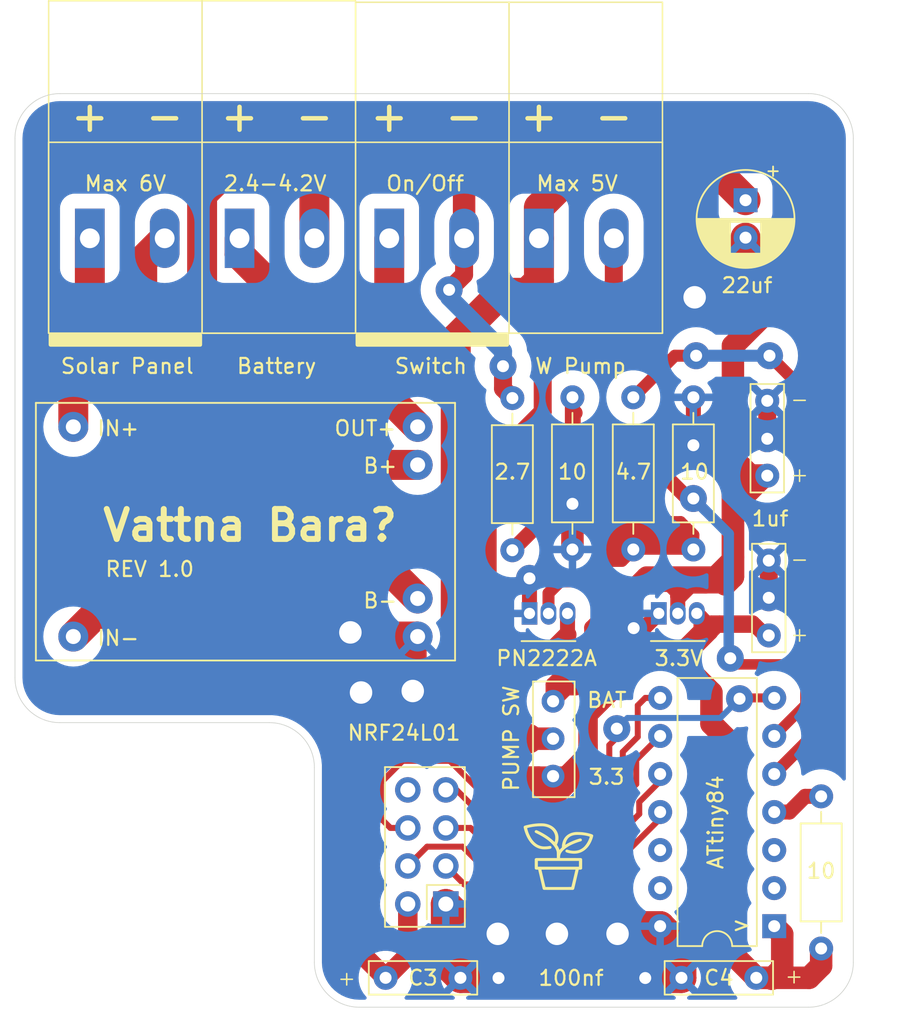
<source format=kicad_pcb>
(kicad_pcb (version 20221018) (generator pcbnew)
  (layers (0 "F.Cu" signal) (31 "B.Cu" signal) (34 "B.Paste" user) (35 "F.Paste" user) (36 "B.SilkS" user "B.Silkscreen") (37 "F.SilkS" user "F.Silkscreen") (38 "B.Mask" user) (39 "F.Mask" user) (44 "Edge.Cuts" user))
  (net 0 "")
  (net 1 "Net-(J1-Pin_1)")
  (net 2 "Net-(J1-Pin_2)")
  (net 3 "Net-(J2-Pin_1)")
  (net 4 "BAT_V")
  (net 5 "Net-(J3-Pin_1)")
  (net 6 "Net-(J3-Pin_2)")
  (net 7 "Net-(J4-Pin_2)")
  (net 8 "PA1")
  (net 9 "GND")
  (net 10 "Net-(U2-PA2)")
  (net 11 "Net-(Q1-B)")
  (net 12 "+3.3V")
  (net 13 "/CE")
  (net 14 "/SCK")
  (net 15 "/MOSI")
  (net 16 "/MISO")
  (net 18 "CSN")
  (net 19 "RESET")
  (net 20 "P_OUT")
  (footprint "Resistor_THT:R_Axial_DIN0207_L6.3mm_D2.5mm_P10.16mm_Horizontal" (layer "F.Cu") (at 149.225 84.328 -90)
    (fp_text reference "2.7")
    (fp_text value "2.7k")
  )
  (footprint "Capacitor_THT:CP_Radial_D6.3mm_P2.50mm" (layer "F.Cu") (at 164.8 71.117621 -90)
    (fp_text reference "22uf")
    (fp_text value "CP_Radial_D6.3mm_P2.50mm")
  )
  (footprint "TerminalBlock:TerminalBlock_Altech_AK300-2_P5.00mm" (layer "F.Cu") (at 141 73.66)
    (fp_text reference "+" hide)
    (fp_text value "Switch")
  )
  (footprint "Capacitor_THT:C_Rect_L7.0mm_W2.0mm_P5.00mm" (layer "F.Cu") (at 165.5172 123.0376 180)
    (fp_text reference "C4")
    (fp_text value "100nf")
  )
  (footprint "Jesper:2_way_switch" (layer "F.Cu") (at 151.9628 107.1218 90)
    (fp_text reference "SW2" hide)
    (fp_text value "SW_SPDT" hide)
  )
  (footprint "TerminalBlock:TerminalBlock_Altech_AK300-2_P5.00mm" (layer "F.Cu") (at 151 73.66)
    (fp_text reference "+" hide)
    (fp_text value "W Pump")
  )
  (footprint "RF_Module:nRF24L01_Breakout" (layer "F.Cu") (at 144.78 118.11 180)
    (fp_text reference "NRF24L01")
    (fp_text value "NRF24L01_Breakout")
  )
  (footprint "Resistor_THT:R_Axial_DIN0207_L6.3mm_D2.5mm_P10.16mm_Horizontal" (layer "F.Cu") (at 153.2382 84.2772 -90)
    (fp_text reference "10")
    (fp_text value "10k")
  )
  (footprint "TerminalBlock:TerminalBlock_Altech_AK300-2_P5.00mm" (layer "F.Cu") (at 121 73.66)
    (fp_text reference "-" hide)
    (fp_text value "Solar Panel")
  )
  (footprint "Capacitor_THT:C_Rect_L7.0mm_W2.0mm_P5.00mm" (layer "F.Cu") (at 166.3516 100.1776 90)
    (fp_text reference "C2" hide)
    (fp_text value "1uf")
  )
  (footprint "Resistor_THT:R_Axial_DIN0207_L6.3mm_D2.5mm_P10.16mm_Horizontal" (layer "F.Cu") (at 161.3154 94.4372 90)
    (fp_text reference "10")
    (fp_text value "10k")
  )
  (footprint "Capacitor_THT:C_Rect_L7.0mm_W2.0mm_P5.00mm" (layer "F.Cu") (at 140.756 123.0376)
    (fp_text reference "100nf")
    (fp_text value "100nf")
  )
  (footprint "Package_TO_SOT_THT:TO-92_Inline" (layer "F.Cu") (at 159.004 98.7018)
    (fp_text reference "3.3V")
    (fp_text value "MCP1700x-330xxTO")
  )
  (footprint "Resistor_THT:R_Axial_DIN0207_L6.3mm_D2.5mm_P10.16mm_Horizontal" (layer "F.Cu") (at 157.3022 84.2772 -90)
    (fp_text reference "4.7")
    (fp_text value "4.7k")
  )
  (footprint "Jesper:TP4056-Module" (layer "F.Cu") (at 117.3973 101.85)
    (fp_text reference "TP4056" hide)
    (fp_text value "~")
  )
  (footprint "Resistor_THT:R_Axial_DIN0207_L6.3mm_D2.5mm_P10.16mm_Horizontal" (layer "F.Cu") (at 169.85 110.92 -90)
    (fp_text reference "10")
    (fp_text value "4.7k")
  )
  (footprint "Package_DIP:DIP-14_W7.62mm" (layer "F.Cu") (at 166.7156 119.5882 180)
    (fp_text reference "ATtiny84")
    (fp_text value "DIP-14_W7.62mm")
  )
  (footprint "Capacitor_THT:C_Rect_L7.0mm_W2.0mm_P5.00mm" (layer "F.Cu") (at 166.25 89.5096 90)
    (fp_text reference "C1" hide)
    (fp_text value "1uf")
  )
  (footprint "TerminalBlock:TerminalBlock_Altech_AK300-2_P5.00mm" (layer "F.Cu") (at 131 73.66)
    (fp_text reference "+" hide)
    (fp_text value "Battery")
  )
  (footprint "LOGO" (layer "F.Cu") (at 152.3 115)
    (fp_text reference "G***" hide)
    (fp_text value "LOGO" hide)
  )
  (footprint "Package_TO_SOT_THT:TO-92_Inline" (layer "F.Cu") (at 150.368 98.7062)
    (fp_text reference "PN2222A")
    (fp_text value "PN2222A")
  )
  (gr_rect (start 128.5 57.8) (end 138.75 80) (stroke (width 0.1)) (fill none) (layer "F.SilkS"))
  (gr_rect (start 149 57.9) (end 159.25 80) (stroke (width 0.1)) (fill none) (layer "F.SilkS"))
  (gr_rect (start 138.75 57.9) (end 149 80) (stroke (width 0.1)) (fill none) (layer "F.SilkS"))
  (gr_rect (start 118.25 57.8) (end 128.5 80) (stroke (width 0.1)) (fill none) (layer "F.SilkS"))
  (gr_rect (start 118.25 67.25) (end 159.25 80) (stroke (width 0.1)) (fill none) (layer "F.SilkS"))
  (gr_arc (start 116 67) (mid 116.87868 64.87868) (end 119 64) (stroke (width 0.05)) (layer "Edge.Cuts"))
  (gr_arc (start 119 106) (mid 116.87868 105.12132) (end 116 103) (stroke (width 0.05)) (layer "Edge.Cuts"))
  (gr_line (start 169 125) (end 139 125) (stroke (width 0.05)) (layer "Edge.Cuts"))
  (gr_line (start 119 106) (end 133 106) (stroke (width 0.05)) (layer "Edge.Cuts"))
  (gr_line (start 116 67) (end 116 103) (stroke (width 0.05)) (layer "Edge.Cuts"))
  (gr_arc (start 133 106) (mid 135.12132 106.87868) (end 136 109) (stroke (width 0.05)) (layer "Edge.Cuts"))
  (gr_arc (start 139 125) (mid 136.87868 124.12132) (end 136 122) (stroke (width 0.05)) (layer "Edge.Cuts"))
  (gr_line (start 169 64) (end 119 64) (stroke (width 0.05)) (layer "Edge.Cuts"))
  (gr_line (start 136 109) (end 136 122) (stroke (width 0.05)) (layer "Edge.Cuts"))
  (gr_line (start 172 122) (end 172 67) (stroke (width 0.05)) (layer "Edge.Cuts"))
  (gr_arc (start 172 122) (mid 171.12132 124.12132) (end 169 125) (stroke (width 0.05)) (layer "Edge.Cuts"))
  (gr_arc (start 169 64) (mid 171.12132 64.87868) (end 172 67) (stroke (width 0.05)) (layer "Edge.Cuts"))
  (gr_text "-" (at 167.7232 95.6564) (layer "F.SilkS") (effects (font (size 1 1) (thickness 0.1)) (justify left bottom)))
  (gr_text "+" (at 141 65.5) (layer "F.SilkS") (effects (font (size 2 2) (thickness 0.3))))
  (gr_text "On/Off\n" (at 143.4 70.0024) (layer "F.SilkS") (effects (font (size 1 1))))
  (gr_text "+" (at 167.7232 90.0176) (layer "F.SilkS") (effects (font (size 1 1) (thickness 0.1)) (justify left bottom)))
  (gr_text "Max 5V" (at 153.55 70) (layer "F.SilkS") (effects (font (size 1 1))))
  (gr_text "Max 6V\n" (at 123.375 70.0024) (layer "F.SilkS") (effects (font (size 1 1))))
  (gr_text "-" (at 146 65.5) (layer "F.SilkS") (effects (font (size 2 2) (thickness 0.3) bold)))
  (gr_text "2.4-4.2V" (at 133.375 70.0024) (layer "F.SilkS") (effects (font (size 1 1))))
  (gr_text "1uf" (at 165.1324 92.964) (layer "F.SilkS") (effects (font (size 1 1)) (justify left bottom)))
  (gr_text "REV 1.0\n" (at 125 95.75) (layer "F.SilkS") (effects (font (size 1 1))))
  (gr_text "+" (at 137.65 122.45 -90) (layer "F.SilkS") (effects (font (size 1 1) (thickness 0.1)) (justify left bottom)))
  (gr_text "<" (at 165.25 119.05 180) (layer "F.SilkS") (effects (font (size 1 1)) (justify left bottom)))
  (gr_text "-" (at 167.7232 84.9884) (layer "F.SilkS") (effects (font (size 1 1) (thickness 0.1)) (justify left bottom)))
  (gr_text "BAT\n" (at 154.1272 105.0798) (layer "F.SilkS") (effects (font (size 1 1)) (justify left bottom)))
  (gr_text "PUMP SW\n" (at 149.15 107.05 90) (layer "F.SilkS") (effects (font (size 1 1))))
  (gr_text "+" (at 131 65.5) (layer "F.SilkS") (effects (font (size 2 2) (thickness 0.3))))
  (gr_text "3.3" (at 154.2288 110.2106) (layer "F.SilkS") (effects (font (size 1 1)) (justify left bottom)))
  (gr_text "-" (at 136 65.5) (layer "F.SilkS") (effects (font (size 2 2) (thickness 0.3) bold)))
  (gr_text "-" (at 126 65.5) (layer "F.SilkS") (effects (font (size 2 2) (thickness 0.3) bold)))
  (gr_text "Vattna Bara?" (at 131.7 94) (layer "F.SilkS") (effects (font (size 2 2) (thickness 0.4)) (justify bottom)))
  (gr_text "+" (at 121 65.5) (layer "F.SilkS") (effects (font (size 2 2) (thickness 0.3))))
  (gr_text "+" (at 151 65.5) (layer "F.SilkS") (effects (font (size 2 2) (thickness 0.3))))
  (gr_text "-" (at 156 65.5) (layer "F.SilkS") (effects (font (size 2 2) (thickness 0.3) bold)))
  (gr_text "+" (at 167.7232 100.6856) (layer "F.SilkS") (effects (font (size 1 1) (thickness 0.1)) (justify left bottom)))
  (gr_text "C3\n" (at 143.256 123.0376) (layer "F.SilkS") (effects (font (size 1 1))))
  (gr_text "+" (at 168.55 123.675 90) (layer "F.SilkS") (effects (font (size 1 1) (thickness 0.1)) (justify left bottom)))
  (segment (start 124.5 95.6473) (end 119.8973 100.25) (width 2) (layer "F.Cu") (net 1))
  (segment (start 124.5 75.16) (end 124.5 95.6473) (width 2) (layer "F.Cu") (net 1))
  (segment (start 126 73.66) (end 124.5 75.16) (width 2) (layer "F.Cu") (net 1))
  (segment (start 121 81.75) (end 121 73.66) (width 2) (layer "F.Cu") (net 2))
  (segment (start 119.8973 82.8527) (end 121 81.75) (width 2) (layer "F.Cu") (net 2))
  (segment (start 119.8973 86.25) (end 119.8973 82.8527) (width 2) (layer "F.Cu") (net 2))
  (segment (start 137 94.75) (end 129.930635 87.680635) (width 2) (layer "F.Cu") (net 3))
  (segment (start 129.930635 87.680635) (end 128.5 86.25) (width 2) (layer "F.Cu") (net 3))
  (segment (start 128.5 86.25) (end 128.5 70.75) (width 2) (layer "F.Cu") (net 3))
  (segment (start 128.5 70.75) (end 130.25 69) (width 2) (layer "F.Cu") (net 3))
  (segment (start 136 70.25) (end 136 73.66) (width 2) (layer "F.Cu") (net 3))
  (segment (start 142.8973 97.71) (end 139.9373 94.75) (width 2) (layer "F.Cu") (net 3))
  (segment (start 134.75 69) (end 136 70.25) (width 2) (layer "F.Cu") (net 3))
  (segment (start 130.25 69) (end 134.75 69) (width 2) (layer "F.Cu") (net 3))
  (segment (start 139.9373 94.75) (end 137 94.75) (width 2) (layer "F.Cu") (net 3))
  (segment (start 162.7886 96.1136) (end 162.7378 96.1644) (width 1.2) (layer "F.Cu") (net 4))
  (segment (start 160.274 97.0508) (end 160.274 97.5842) (width 1) (layer "F.Cu") (net 4))
  (segment (start 155.7274 99.5172) (end 155.7274 101.3968) (width 1) (layer "F.Cu") (net 4))
  (segment (start 146 69.2538) (end 149.0538 66.2) (width 1.5) (layer "F.Cu") (net 4))
  (segment (start 146 73.66) (end 146 76.1) (width 1.2) (layer "F.Cu") (net 4))
  (segment (start 157.4038 96.774) (end 155.8671 98.3107) (width 1) (layer "F.Cu") (net 4))
  (segment (start 159.75 96.774) (end 158.4706 96.774) (width 1) (layer "F.Cu") (net 4))
  (segment (start 155.1686 99.0092) (end 155.1686 100.3808) (width 1) (layer "F.Cu") (net 4))
  (segment (start 160.274 97.5842) (end 160.4036 97.5842) (width 1) (layer "F.Cu") (net 4))
  (segment (start 154.5209 99.6569) (end 154.5209 100.8761) (width 1) (layer "F.Cu") (net 4))
  (segment (start 160.274 98.7018) (end 160.274 97.0508) (width 1) (layer "F.Cu") (net 4))
  (segment (start 154.5209 100.8761) (end 151.9428 103.4542) (width 1) (layer "F.Cu") (net 4))
  (segment (start 155.1686 99.0092) (end 158.0134 96.1644) (width 1) (layer "F.Cu") (net 4))
  (segment (start 155.1686 100.3808) (end 155.1686 100.076) (width 1) (layer "F.Cu") (net 4))
  (segment (start 163.449 96.774) (end 161.0842 96.774) (width 1) (layer "F.Cu") (net 4))
  (segment (start 163.957 87.7316) (end 163.957 88.4936) (width 1.5) (layer "F.Cu") (net 4))
  (segment (start 155.1686 100.2284) (end 154.5209 100.8761) (width 1) (layer "F.Cu") (net 4))
  (segment (start 157.4038 96.774) (end 154.5209 99.6569) (width 1) (layer "F.Cu") (net 4))
  (segment (start 164.1602 89.5096) (end 166.0144 89.5096) (width 1.5) (layer "F.Cu") (net 4))
  (segment (start 158.4706 96.774) (end 157.4038 96.774) (width 1) (layer "F.Cu") (net 4))
  (segment (start 162.7886 96.1136) (end 162.1282 96.774) (width 1.2) (layer "F.Cu") (net 4))
  (segment (start 165.11863 89.5096) (end 166.25 89.5096) (width 1.5) (layer "F.Cu") (net 4))
  (segment (start 163.957 80.843) (end 163.957 85.5) (width 1.5) (layer "F.Cu") (net 4))
  (segment (start 163.957 89.7128) (end 163.957 90.8812) (width 1.5) (layer "F.Cu") (net 4))
  (segment (start 166.0144 89.5096) (end 164.973 89.5096) (width 1.5) (layer "F.Cu") (net 4))
  (segment (start 155.1686 100.3808) (end 155.1686 101.346) (width 1) (layer "F.Cu") (net 4))
  (segment (start 160.274 97.298) (end 159.75 96.774) (width 1) (layer "F.Cu") (net 4))
  (segment (start 149.0538 66.2) (end 167 66.2) (width 1.5) (layer "F.Cu") (net 4))
  (segment (start 148.6 83.703) (end 149.225 84.328) (width 1.2) (layer "F.Cu") (net 4))
  (segment (start 163.957 90.8812) (end 163.957 94.9452) (width 1.5) (layer "F.Cu") (net 4))
  (segment (start 161.0842 96.774) (end 160.274 97.5842) (width 1) (layer "F.Cu") (net 4))
  (segment (start 166.0144 89.5096) (end 164.6428 90.8812) (width 1.5) (layer "F.Cu") (net 4))
  (segment (start 155.7274 101.3968) (end 153.4414 103.6828) (width 1) (layer "F.Cu") (net 4))
  (segment (start 155.1686 101.346) (end 152.8318 103.6828) (width 1) (layer "F.Cu") (net 4))
  (segment (start 170.2 69.4) (end 170.2 76.7) (width 1.5) (layer "F.Cu") (net 4))
  (segment (start 163.957 94.9452) (end 163.957 91.8026) (width 1.2) (layer "F.Cu") (net 4))
  (segment (start 163.957 88.4936) (end 163.957 89.7128) (width 1.5) (layer "F.Cu") (net 4))
  (segment (start 163.957 96.266) (end 163.449 96.774) (width 1.5) (layer "F.Cu") (net 4))
  (segment (start 155.7274 98.4504) (end 155.8671 98.3107) (width 1) (layer "F.Cu") (net 4))
  (segment (start 163.957 85.5) (end 163.957 96.266) (width 1.5) (layer "F.Cu") (net 4))
  (segment (start 160.274 97.5842) (end 160.274 97.298) (width 1) (layer "F.Cu") (net 4))
  (segment (start 163.957 86.7156) (end 163.957 85.5) (width 1.5) (layer "F.Cu") (net 4))
  (segment (start 164.973 89.5096) (end 163.957 88.4936) (width 1.5) (layer "F.Cu") (net 4))
  (segment (start 161.2138 96.774) (end 159.75 96.774) (width 1) (layer "F.Cu") (net 4))
  (segment (start 155.1686 100.076) (end 155.7274 99.5172) (width 1) (layer "F.Cu") (net 4))
  (segment (start 146 76.1) (end 145 77.1) (width 1.2) (layer "F.Cu") (net 4))
  (segment (start 162.7378 96.1644) (end 158.1658 96.1644) (width 1.2) (layer "F.Cu") (net 4))
  (segment (start 155.7274 99.5172) (end 155.7274 98.4504) (width 1) (layer "F.Cu") (net 4))
  (segment (start 155.1686 100.3808) (end 155.1686 101.9556) (width 1) (layer "F.Cu") (net 4))
  (segment (start 161.2138 96.774) (end 163.449 96.774) (width 1.2) (layer "F.Cu") (net 4))
  (segment (start 163.957 86.7156) (end 163.957 88.34797) (width 1.5) (layer "F.Cu") (net 4))
  (segment (start 146 73.66) (end 146 69.2538) (width 1.5) (layer "F.Cu") (net 4))
  (segment (start 163.957 94.9452) (end 163.957 96.266) (width 1.5) (layer "F.Cu") (net 4))
  (segment (start 163.957 88.34797) (end 163.957 96.266) (width 1.5) (layer "F.Cu") (net 4))
  (segment (start 152.8318 103.6828) (end 151.9428 104.5718) (width 1) (layer "F.Cu") (net 4))
  (segment (start 160.655 96.6698) (end 160.274 97.0508) (width 1) (layer "F.Cu") (net 4))
  (segment (start 162.1282 96.774) (end 161.2138 96.774) (width 1.2) (layer "F.Cu") (net 4))
  (segment (start 163.957 89.7128) (end 164.1602 89.5096) (width 1.5) (layer "F.Cu") (net 4))
  (segment (start 170.2 76.7) (end 168.1 78.8) (width 1.5) (layer "F.Cu") (net 4))
  (segment (start 155.8671 98.3107) (end 155.1686 99.0092) (width 1) (layer "F.Cu") (net 4))
  (segment (start 163.957 86.7156) (end 163.957 87.7316) (width 1.5) (layer "F.Cu") (net 4))
  (segment (start 151.9428 103.4542) (end 151.9428 104.5718) (width 1) (layer "F.Cu") (net 4))
  (segment (start 164.6428 90.8812) (end 163.957 90.8812) (width 1.5) (layer "F.Cu") (net 4))
  (segment (start 160.4036 97.5842) (end 161.2138 96.774) (width 1) (layer "F.Cu") (net 4))
  (segment (start 168.1 78.8) (end 166 78.8) (width 1.5) (layer "F.Cu") (net 4))
  (segment (start 163.957 94.9452) (end 162.7886 96.1136) (width 1.2) (layer "F.Cu") (net 4))
  (segment (start 153.4414 103.6828) (end 152.8318 103.6828) (width 1) (layer "F.Cu") (net 4))
  (segment (start 167 66.2) (end 170.2 69.4) (width 1.5) (layer "F.Cu") (net 4))
  (segment (start 163.957 91.8026) (end 166.25 89.5096) (width 1.2) (layer "F.Cu") (net 4))
  (segment (start 166 78.8) (end 163.957 80.843) (width 1.5) (layer "F.Cu") (net 4))
  (segment (start 155.1686 100.076) (end 155.1686 100.2284) (width 1) (layer "F.Cu") (net 4))
  (segment (start 148.6 82.2) (end 148.6 83.703) (width 1.2) (layer "F.Cu") (net 4))
  (segment (start 158.0134 96.1644) (end 158.1658 96.1644) (width 1) (layer "F.Cu") (net 4))
  (segment (start 163.957 88.34797) (end 165.11863 89.5096) (width 1.5) (layer "F.Cu") (net 4))
  (via (at 148.6 82.2) (size 1.8) (drill 0.8) (layers "F.Cu" "B.Cu") (net 4))
  (via (at 145 77.1) (size 1.8) (drill 0.8) (layers "F.Cu" "B.Cu") (net 4))
  (segment (start 145 77.6) (end 145 77.1) (width 1.2) (layer "B.Cu") (net 4))
  (segment (start 148.6 82.2) (end 148.6 81.2) (width 1.2) (layer "B.Cu") (net 4))
  (segment (start 148.6 81.2) (end 145 77.6) (width 1.2) (layer "B.Cu") (net 4))
  (segment (start 134.192 84.2649) (end 134.192 77.942) (width 2) (layer "F.Cu") (net 5))
  (segment (start 131 74.75) (end 131 73.66) (width 2) (layer "F.Cu") (net 5))
  (segment (start 134.192 77.942) (end 131 74.75) (width 2) (layer "F.Cu") (net 5))
  (segment (start 138.7171 88.79) (end 134.192 84.2649) (width 2) (layer "F.Cu") (net 5))
  (segment (start 142.8973 88.79) (end 138.7171 88.79) (width 2) (layer "F.Cu") (net 5))
  (segment (start 141 84.3527) (end 141 73.66) (width 2) (layer "F.Cu") (net 6))
  (segment (start 141 84.3527) (end 142.8973 86.25) (width 2) (layer "F.Cu") (net 6))
  (segment (start 151.892 101.1428) (end 149.3774 101.1428) (width 1.2) (layer "F.Cu") (net 7))
  (segment (start 147.574 88.926) (end 151.25 85.25) (width 1.2) (layer "F.Cu") (net 7))
  (segment (start 156 76.75) (end 156 73.66) (width 1.2) (layer "F.Cu") (net 7))
  (segment (start 147.574 99.3394) (end 147.574 88.926) (width 1.2) (layer "F.Cu") (net 7))
  (segment (start 152.908 100.1268) (end 152.908 98.7062) (width 1) (layer "F.Cu") (net 7))
  (segment (start 151.25 85.25) (end 151.25 81.5) (width 1.2) (layer "F.Cu") (net 7))
  (segment (start 151.25 81.5) (end 156 76.75) (width 1.2) (layer "F.Cu") (net 7))
  (segment (start 149.3774 101.1428) (end 147.574 99.3394) (width 1.2) (layer "F.Cu") (net 7))
  (segment (start 152.908 100.1268) (end 151.892 101.1428) (width 1.2) (layer "F.Cu") (net 7))
  (segment (start 152.5778 88.9) (end 153.289 88.1888) (width 1) (layer "F.Cu") (net 8))
  (segment (start 154.178 87.4522) (end 154.8892 87.4522) (width 1) (layer "F.Cu") (net 8))
  (segment (start 154.178 87.4522) (end 153.2382 86.5124) (width 1) (layer "F.Cu") (net 8))
  (segment (start 168.008 102.108) (end 168.8 102.9) (width 0.7) (layer "F.Cu") (net 8))
  (segment (start 164.1856 102.108) (end 168.008 102.108) (width 0.7) (layer "F.Cu") (net 8))
  (segment (start 151.0792 90.3986) (end 152.5778 88.9) (width 1) (layer "F.Cu") (net 8))
  (segment (start 157.359128 87.4522) (end 154.8892 87.4522) (width 1) (layer "F.Cu") (net 8))
  (segment (start 153.2382 87.4522) (end 154.178 87.4522) (width 1) (layer "F.Cu") (net 8))
  (segment (start 153.2382 87.4522) (end 153.2382 84.2772) (width 1) (layer "F.Cu") (net 8))
  (segment (start 153.2382 88.138) (end 153.2382 87.4522) (width 1) (layer "F.Cu") (net 8))
  (segment (start 163.7792 101.7016) (end 164.1856 102.108) (width 0.7) (layer "F.Cu") (net 8))
  (segment (start 168.8 104.8038) (end 166.7156 106.8882) (width 0.7) (layer "F.Cu") (net 8))
  (segment (start 153.289 85.4456) (end 153.416 85.3186) (width 1) (layer "F.Cu") (net 8))
  (segment (start 153.2382 88.138) (end 153.2382 84.2772) (width 1) (layer "F.Cu") (net 8))
  (segment (start 151.0792 92.6338) (end 151.0792 90.3986) (width 1) (layer "F.Cu") (net 8))
  (segment (start 153.289 88.1888) (end 153.2382 88.138) (width 1) (layer "F.Cu") (net 8))
  (segment (start 168.8 102.9) (end 168.8 104.8038) (width 0.7) (layer "F.Cu") (net 8))
  (segment (start 153.2382 86.5124) (end 153.2382 84.2772) (width 1) (layer "F.Cu") (net 8))
  (segment (start 160.940528 91.0336) (end 157.359128 87.4522) (width 1) (layer "F.Cu") (net 8))
  (segment (start 154.8892 87.4522) (end 154.0256 87.4522) (width 1) (layer "F.Cu") (net 8))
  (segment (start 153.289 88.1888) (end 153.289 85.4456) (width 1) (layer "F.Cu") (net 8))
  (segment (start 154.0256 87.4522) (end 152.5778 88.9) (width 1) (layer "F.Cu") (net 8))
  (segment (start 161.3154 91.0336) (end 160.940528 91.0336) (width 1) (layer "F.Cu") (net 8))
  (segment (start 149.225 94.488) (end 151.0792 92.6338) (width 1) (layer "F.Cu") (net 8))
  (via (at 161.3154 91.0336) (size 1.8) (drill 0.8) (layers "F.Cu" "B.Cu") (net 8))
  (via (at 163.7792 101.7016) (size 1.8) (drill 0.8) (layers "F.Cu" "B.Cu") (net 8))
  (segment (start 161.3154 91.0336) (end 162.1075 91.8257) (width 0.7) (layer "B.Cu") (net 8))
  (segment (start 161.3154 91.0336) (end 163.6776 93.3958) (width 0.7) (layer "B.Cu") (net 8))
  (segment (start 163.6776 93.3958) (end 163.6776 101.6) (width 0.7) (layer "B.Cu") (net 8))
  (segment (start 163.6776 101.6) (end 163.7792 101.7016) (width 0.7) (layer "B.Cu") (net 8))
  (segment (start 145.756 123.0376) (end 160.5172 123.0376) (width 2) (layer "F.Cu") (net 9))
  (segment (start 138.6802 100.25) (end 140.9192 100.25) (width 2) (layer "F.Cu") (net 9))
  (segment (start 156.3 121.25) (end 158.1 123.05) (width 2) (layer "F.Cu") (net 9))
  (segment (start 158.1 123.05) (end 158.1 120.5838) (width 2) (layer "F.Cu") (net 9))
  (segment (start 156 119.85) (end 156.25 120.1) (width 2) (layer "F.Cu") (net 9))
  (segment (start 164.8 73.617621) (end 164.8 74.2) (width 2) (layer "F.Cu") (net 9))
  (segment (start 140.9192 100.6732) (end 140.9192 102.1842) (width 2) (layer "F.Cu") (net 9))
  (segment (start 158.1 120.5838) (end 159.0956 119.5882) (width 2) (layer "F.Cu") (net 9))
  (segment (start 148.3 123.05) (end 153.3 123.05) (width 2) (layer "F.Cu") (net 9))
  (segment (start 161.4 77.6) (end 161.4 77.017621) (width 1) (layer "F.Cu") (net 9))
  (segment (start 160.5048 123.05) (end 160.5172 123.0376) (width 2) (layer "F.Cu") (net 9))
  (segment (start 148.3 120.4) (end 148.3 123.05) (width 2) (layer "F.Cu") (net 9))
  (segment (start 148.3 120.4) (end 149.15 121.25) (width 2) (layer "F.Cu") (net 9))
  (segment (start 142.4302 100.6732) (end 142.8534 100.25) (width 2) (layer "F.Cu") (net 9))
  (segment (start 160.5172 121.0098) (end 159.0956 119.5882) (width 2) (layer "F.Cu") (net 9))
  (segment (start 142.5702 103.886) (end 142.5702 102.3242) (width 2) (layer "F.Cu") (net 9))
  (segment (start 144.78 118.11) (end 146.2582 119.5882) (width 2) (layer "F.Cu") (net 9))
  (segment (start 156.25 120.1) (end 148.25 120.1) (width 2) (layer "F.Cu") (net 9))
  (segment (start 160.5172 123.0376) (end 160.5172 121.0098) (width 2) (layer "F.Cu") (net 9))
  (segment (start 156.25 120.1) (end 156.25 121.2) (width 2) (layer "F.Cu") (net 9))
  (segment (start 139.1158 100.6856) (end 138.4046 99.9744) (width 1.2) (layer "F.Cu") (net 9))
  (segment (start 146.7818 119.5882) (end 159.0956 119.5882) (width 2) (layer "F.Cu") (net 9))
  (segment (start 139.1158 103.9876) (end 139.1158 100.6856) (width 1.2) (layer "F.Cu") (net 9))
  (segment (start 158.015138 99.690662) (end 159.004 98.7018) (width 1) (layer "F.Cu") (net 9))
  (segment (start 139.1158 103.9876) (end 139.1158 102.0534) (width 1.2) (layer "F.Cu") (net 9))
  (segment (start 158.1124 123.0376) (end 160.5172 123.0376) (width 2) (layer "F.Cu") (net 9))
  (segment (start 166.25 84.5096) (end 166.25 87.0458) (width 1.2) (layer "F.Cu") (net 9))
  (segment (start 153.2382 91.3892) (end 153.2382 94.4372) (width 1.5) (layer "F.Cu") (net 9))
  (segment (start 156.25 121.2) (end 158.1 123.05) (width 2) (layer "F.Cu") (net 9))
  (segment (start 148.3 120.4) (end 147.75 119.85) (width 2) (layer "F.Cu") (net 9))
  (segment (start 160.5172 123.0376) (end 158.1 120.6204) (width 2) (layer "F.Cu") (net 9))
  (segment (start 146.2582 119.5882) (end 159.0956 119.5882) (width 2) (layer "F.Cu") (net 9))
  (segment (start 142.8534 100.25) (end 139.1158 103.9876) (width 1.2) (layer "F.Cu") (net 9))
  (segment (start 138.4046 99.9744) (end 142.6217 99.9744) (width 1.2) (layer "F.Cu") (net 9))
  (segment (start 144.78 122.0616) (end 145.756 123.0376) (width 2) (layer "F.Cu") (net 9))
  (segment (start 145.756 122.344) (end 145.756 123.0376) (width 2) (layer "F.Cu") (net 9))
  (segment (start 148.3 120.4) (end 148.85 119.85) (width 2) (layer "F.Cu") (net 9))
  (segment (start 139.1158 100.6856) (end 138.6802 100.25) (width 1.2) (layer "F.Cu") (net 9))
  (segment (start 148.85 119.85) (end 156 119.85) (width 2) (layer "F.Cu") (net 9))
  (segment (start 138.6802 100.25) (end 138.4046 99.9744) (width 1.2) (layer "F.Cu") (net 9))
  (segment (start 150.368 96.3676) (end 150.368 98.7062) (width 1) (layer "F.Cu") (net 9))
  (segment (start 142.6217 99.9744) (end 142.8973 100.25) (width 1.2) (layer "F.Cu") (net 9))
  (segment (start 153.2382 94.3076) (end 153.416 94.4854) (width 1) (layer "F.Cu") (net 9))
  (segment (start 161.3154 87.4776) (end 161.3154 84.2772) (width 1) (layer "F.Cu") (net 9))
  (segment (start 144.78 118.11) (end 144.78 122.0616) (width 2) (layer "F.Cu") (net 9))
  (segment (start 146.52 119.85) (end 146.7818 119.5882) (width 2) (layer "F.Cu") (net 9))
  (segment (start 149.1118 119.5882) (end 159.0956 119.5882) (width 2) (layer "F.Cu") (net 9))
  (segment (start 139.2174 103.886) (end 139.1158 103.9876) (width 1.2) (layer "F.Cu") (net 9))
  (segment (start 147.7 120.4) (end 145.756 122.344) (width 2) (layer "F.Cu") (net 9))
  (segment (start 140.9192 100.6732) (end 142.4302 100.6732) (width 2) (layer "F.Cu") (net 9))
  (segment (start 142.5702 102.3242) (end 140.9192 100.6732) (width 2) (layer "F.Cu") (net 9))
  (segment (start 142.5702 103.886) (end 142.8534 103.6028) (width 1.2) (layer "F.Cu") (net 9))
  (segment (start 148.3 120.4) (end 149.1118 119.5882) (width 2) (layer "F.Cu") (net 9))
  (segment (start 145.7684 123.05) (end 145.756 123.0376) (width 2) (layer "F.Cu") (net 9))
  (segment (start 145.756 120.614) (end 146.52 119.85) (width 2) (layer "F.Cu") (net 9))
  (segment (start 140.9192 100.6732) (end 140.9192 100.25) (width 2) (layer "F.Cu") (net 9))
  (segment (start 146.52 119.85) (end 144.78 118.11) (width 2) (layer "F.Cu") (net 9))
  (segment (start 139.1158 102.0534) (end 140.9192 100.25) (width 1.2) (layer "F.Cu") (net 9))
  (segment (start 142.8973 103.5589) (end 142.5702 103.886) (width 1.2) (layer "F.Cu") (net 9))
  (segment (start 166.3516 95.1776) (end 166.3516 97.663) (width 1.2) (layer "F.Cu") (net 9))
  (segment (start 148.3 123.05) (end 145.7684 123.05) (width 2) (layer "F.Cu") (net 9))
  (segment (start 164.8 74.2) (end 161.4 77.6) (width 2) (layer "F.Cu") (net 9))
  (segment (start 142.8973 100.25) (end 142.8973 103.5589) (width 1.2) (layer "F.Cu") (net 9))
  (segment (start 156.25 120.1) (end 158.5838 120.1) (width 2) (layer "F.Cu") (net 9))
  (segment (start 148.3 123.05) (end 160.5048 123.05) (width 2) (layer "F.Cu") (net 9))
  (segment (start 158.1 120.6204) (end 158.1 120.5838) (width 2) (layer "F.Cu") (net 9))
  (segment (start 158.1 123.05) (end 158.1124 123.0376) (width 2) (layer "F.Cu") (net 9))
  (segment (start 142.8534 103.6028) (end 142.8534 100.25) (width 1.2) (layer "F.Cu") (net 9))
  (segment (start 147.75 119.85) (end 146.52 119.85) (width 2) (layer "F.Cu") (net 9))
  (segment (start 148.3 120.4) (end 147.7 120.4) (width 2) (layer "F.Cu") (net 9))
  (segment (start 140.9192 102.1842) (end 139.1158 103.9876) (width 2) (layer "F.Cu") (net 9))
  (segment (start 149.15 121.25) (end 156.3 121.25) (width 2) (layer "F.Cu") (net 9))
  (segment (start 153.3 123.05) (end 156.25 120.1) (width 2) (layer "F.Cu") (net 9))
  (segment (start 158.1 123.05) (end 148.3 123.05) (width 2) (layer "F.Cu") (net 9))
  (segment (start 158.5838 120.1) (end 159.0956 119.5882) (width 2) (layer "F.Cu") (net 9))
  (segment (start 145.756 123.0376) (end 145.756 120.614) (width 2) (layer "F.Cu") (net 9))
  (segment (start 157.3269 99.690662) (end 158.015138 99.690662) (width 1) (layer "F.Cu") (net 9))
  (segment (start 140.9192 102.1842) (end 140.9192 100.25) (width 2) (layer "F.Cu") (net 9))
  (segment (start 142.5702 103.886) (end 139.2174 103.886) (width 1.2) (layer "F.Cu") (net 9))
  (segment (start 140.9192 100.25) (end 142.8534 100.25) (width 2) (layer "F.Cu") (net 9))
  (via (at 142.5702 103.886) (size 3) (drill 1.5) (layers "F.Cu" "B.Cu") (net 9))
  (via (at 161.4 77.6) (size 3) (drill 1.5) (layers "F.Cu" "B.Cu") (net 9))
  (via (at 158.1 123.05) (size 1.8) (drill 0.8) (layers "F.Cu" "B.Cu") (net 9))
  (via (at 148.25 120.1) (size 3) (drill 1.5) (layers "F.Cu" "B.Cu") (net 9))
  (via (at 161.3154 87.4776) (size 1.8) (drill 0.8) (layers "F.Cu" "B.Cu") (net 9))
  (via (at 157.3269 99.690662) (size 1.8) (drill 0.8) (layers "F.Cu" "B.Cu") (net 9))
  (via (at 166.25 87.0458) (size 1.8) (drill 0.8) (layers "F.Cu" "B.Cu") (net 9))
  (via (at 148.3 123.05) (size 1.8) (drill 0.8) (layers "F.Cu" "B.Cu") (net 9))
  (via (at 150.368 96.3676) (size 1.8) (drill 0.8) (layers "F.Cu" "B.Cu") (net 9))
  (via (at 166.3516 97.663) (size 1.8) (drill 0.8) (layers "F.Cu" "B.Cu") (net 9))
  (via (at 138.4046 99.9744) (size 3) (drill 1.5) (layers "F.Cu" "B.Cu") (net 9))
  (via (at 153.2382 91.3892) (size 1.8) (drill 0.8) (layers "F.Cu" "B.Cu") (net 9))
  (via (at 139.1158 103.9876) (size 3) (drill 1.5) (layers "F.Cu" "B.Cu") (net 9))
  (via (at 152.2 120.1) (size 3) (drill 1.5) (layers "F.Cu" "B.Cu") (net 9))
  (via (at 156.25 120.1) (size 3) (drill 1.5) (layers "F.Cu" "B.Cu") (net 9))
  (segment (start 170.1 85.2) (end 166.4 81.5) (width 0.8) (layer "F.Cu") (net 10))
  (segment (start 161.5 81.5) (end 160.0794 81.5) (width 0.8) (layer "F.Cu") (net 10))
  (segment (start 160.0794 81.5) (end 157.3022 84.2772) (width 0.8) (layer "F.Cu") (net 10))
  (segment (start 169.2656 106.8782) (end 166.7156 109.4282) (width 0.8) (layer "F.Cu") (net 10))
  (segment (start 166.7156 109.4282) (end 170.1 106.0438) (width 0.8) (layer "F.Cu") (net 10))
  (segment (start 170.1 106.0438) (end 170.1 85.2) (width 0.8) (layer "F.Cu") (net 10))
  (via (at 166.4 81.5) (size 1.8) (drill 0.8) (layers "F.Cu" "B.Cu") (net 10))
  (via (at 161.5 81.5) (size 1.8) (drill 0.8) (layers "F.Cu" "B.Cu") (net 10))
  (segment (start 161.5 81.5) (end 166.4 81.5) (width 0.8) (layer "B.Cu") (net 10))
  (segment (start 155.6258 93.9292) (end 156.21 93.345) (width 0.7) (layer "F.Cu") (net 11))
  (segment (start 160.4518 93.2688) (end 160.4518 93.5736) (width 0.8) (layer "F.Cu") (net 11))
  (segment (start 155.6258 94.742) (end 155.9306 94.4372) (width 0.8) (layer "F.Cu") (net 11))
  (segment (start 158.4198 93.8784) (end 157.861 94.4372) (width 0.7) (layer "F.Cu") (net 11))
  (segment (start 158.4198 93.8784) (end 158.242 93.7006) (width 0.7) (layer "F.Cu") (net 11))
  (segment (start 152.4254 96.5708) (end 153.5938 96.5708) (width 0.8) (layer "F.Cu") (net 11))
  (segment (start 160.6042 94.4372) (end 160.0454 93.8784) (width 0.7) (layer "F.Cu") (net 11))
  (segment (start 151.638 97.3582) (end 152.4254 96.5708) (width 0.8) (layer "F.Cu") (net 11))
  (segment (start 157.0228 93.345) (end 157.2006 93.345) (width 0.8) (layer "F.Cu") (net 11))
  (segment (start 160.4518 92.6084) (end 161.3154 93.472) (width 0.8) (layer "F.Cu") (net 11))
  (segment (start 155.6258 95.1992) (end 155.6258 94.742) (width 0.8) (layer "F.Cu") (net 11))
  (segment (start 154.559 96.266) (end 155.6258 95.1992) (width 0.8) (layer "F.Cu") (net 11))
  (segment (start 161.3154 94.4372) (end 157.3022 94.4372) (width 0.7) (layer "F.Cu") (net 11))
  (segment (start 161.3154 94.4372) (end 161.5948 94.4372) (width 0.7) (layer "F.Cu") (net 11))
  (segment (start 155.1686 95.1992) (end 155.1686 93.4212) (width 0.8) (layer "F.Cu") (net 11))
  (segment (start 156.5656 93.7006) (end 156.21 93.345) (width 0.7) (layer "F.Cu") (net 11))
  (segment (start 156.5402 95.1992) (end 157.3022 94.4372) (width 0.8) (layer "F.Cu") (net 11))
  (segment (start 154.559 96.266) (end 155.1686 95.6564) (width 0.8) (layer "F.Cu") (net 11))
  (segment (start 160.4518 92.6084) (end 160.4518 93.2688) (width 0.8) (layer "F.Cu") (net 11))
  (segment (start 155.1686 95.1992) (end 153.797 96.5708) (width 0.8) (layer "F.Cu") (net 11))
  (segment (start 156.21 93.345) (end 157.2006 93.345) (width 0.7) (layer "F.Cu") (net 11))
  (segment (start 158.242 93.7006) (end 156.5656 93.7006) (width 0.7) (layer "F.Cu") (net 11))
  (segment (start 155.6258 95.1992) (end 156.5402 95.1992) (width 0.8) (layer "F.Cu") (net 11))
  (segment (start 155.7274 92.8624) (end 155.9814 92.6084) (width 0.8) (layer "F.Cu") (net 11))
  (segment (start 160.4518 93.5736) (end 161.3154 94.4372) (width 0.8) (layer "F.Cu") (net 11))
  (segment (start 154.2542 96.5708) (end 154.559 96.266) (width 0.8) (layer "F.Cu") (net 11))
  (segment (start 155.1686 95.1992) (end 155.6258 94.742) (width 0.8) (layer "F.Cu") (net 11))
  (segment (start 157.3022 94.4372) (end 156.5656 93.7006) (width 0.7) (layer "F.Cu") (net 11))
  (segment (start 160.3756 93.345) (end 160.4518 93.2688) (width 0.7) (layer "F.Cu") (net 11))
  (segment (start 155.1686 93.4212) (end 155.7274 92.8624) (width 0.8) (layer "F.Cu") (net 11))
  (segment (start 160.0454 93.8784) (end 158.4198 93.8784) (width 0.7) (layer "F.Cu") (net 11))
  (segment (start 157.2006 93.345) (end 160.3756 93.345) (width 0.7) (layer "F.Cu") (net 11))
  (segment (start 157.861 94.4372) (end 157.3022 94.4372) (width 0.7) (layer "F.Cu") (net 11))
  (segment (start 156.21 93.345) (end 155.7274 92.8624) (width 0.7) (layer "F.Cu") (net 11))
  (segment (start 161.3154 93.472) (end 161.3154 94.4372) (width 0.8) (layer "F.Cu") (net 11))
  (segment (start 153.5938 96.5708) (end 154.2542 96.5708) (width 0.8) (layer "F.Cu") (net 11))
  (segment (start 155.9306 94.4372) (end 157.3022 94.4372) (width 0.8) (layer "F.Cu") (net 11))
  (segment (start 155.6258 94.742) (end 157.0228 93.345) (width 0.8) (layer "F.Cu") (net 11))
  (segment (start 155.9814 92.6084) (end 160.4518 92.6084) (width 0.8) (layer "F.Cu") (net 11))
  (segment (start 151.638 98.7062) (end 151.638 97.3582) (width 0.8) (layer "F.Cu") (net 11))
  (segment (start 161.3154 94.4372) (end 160.6042 94.4372) (width 0.7) (layer "F.Cu") (net 11))
  (segment (start 153.797 96.5708) (end 153.5938 96.5708) (width 0.8) (layer "F.Cu") (net 11))
  (segment (start 155.1686 95.6564) (end 155.1686 95.1992) (width 0.8) (layer "F.Cu") (net 11))
  (segment (start 149.4 109.5718) (end 149.9718 109.5718) (width 1.3) (layer "F.Cu") (net 12))
  (segment (start 165.5172 123.0376) (end 169.0424 123.0376) (width 1.5) (layer "F.Cu") (net 12))
  (segment (start 165.4416 99.5032) (end 162.3454 99.5032) (width 1) (layer "F.Cu") (net 12))
  (segment (start 142.24 118.11) (end 142.24 121.5536) (width 1.3) (layer "F.Cu") (net 12))
  (segment (start 150.9718 109.5718) (end 148.7132 109.5718) (width 1.3) (layer "F.Cu") (net 12))
  (segment (start 159.004 101.854) (end 159.9946 101.854) (width 1.3) (layer "F.Cu") (net 12))
  (segment (start 166.4876 123.0376) (end 165.5172 123.0376) (width 1.5) (layer "F.Cu") (net 12))
  (segment (start 160.9852 100.8634) (end 162.5092 99.3394) (width 1) (layer "F.Cu") (net 12))
  (segment (start 149.9718 109.5718) (end 151.2 110.8) (width 1.3) (layer "F.Cu") (net 12))
  (segment (start 160.3756 101.854) (end 162.5216 104) (width 1.5) (layer "F.Cu") (net 12))
  (segment (start 166.55 123.1) (end 166.4876 123.0376) (width 1.5) (layer "F.Cu") (net 12))
  (segment (start 154.2796 107.6) (end 154.2796 105.4608) (width 1.3) (layer "F.Cu") (net 12))
  (segment (start 153.4198 109.5802) (end 152.2 110.8) (width 1.3) (layer "F.Cu") (net 12))
  (segment (start 140.9192 106.9086) (end 138.55 109.2778) (width 1.3) (layer "F.Cu") (net 12))
  (segment (start 162.3454 99.8842) (end 162.3454 99.5032) (width 1.3) (layer "F.Cu") (net 12))
  (segment (start 148.7132 109.5718) (end 147.4707 108.3293) (width 1.3) (layer "F.Cu") (net 12))
  (segment (start 161.8234 100.0252) (end 161.8234 98.9812) (width 1) (layer "F.Cu") (net 12))
  (segment (start 169.0424 123.0376) (end 169.85 122.23) (width 1.5) (layer "F.Cu") (net 12))
  (segment (start 146.05 106.9086) (end 140.9192 106.9086) (width 1.3) (layer "F.Cu") (net 12))
  (segment (start 149.9414 110.8) (end 151.2 110.8) (width 1.3) (layer "F.Cu") (net 12))
  (segment (start 159.004 101.854) (end 160.3756 101.854) (width 1.3) (layer "F.Cu") (net 12))
  (segment (start 147.4707 108.3293) (end 146.05 106.9086) (width 1.3) (layer "F.Cu") (net 12))
  (segment (start 154.2796 108.0922) (end 152.8 109.5718) (width 1.3) (layer "F.Cu") (net 12))
  (segment (start 167.25 120.1226) (end 167.25 122.4) (width 1.5) (layer "F.Cu") (net 12))
  (segment (start 138.55 120.8316) (end 138.55 109.2778) (width 1.3) (layer "F.Cu") (net 12))
  (segment (start 153.4198 109.5718) (end 154.2796 108.712) (width 1.3) (layer "F.Cu") (net 12))
  (segment (start 139.3592 121.6408) (end 138.55 120.8316) (width 1.3) (layer "F.Cu") (net 12))
  (segment (start 142.24 121.5536) (end 140.756 123.0376) (width 1.3) (layer "F.Cu") (net 12))
  (segment (start 166.116 100.1776) (end 165.4416 99.5032) (width 1) (layer "F.Cu") (net 12))
  (segment (start 149.4 109.5718) (end 148.7132 109.5718) (width 1.3) (layer "F.Cu") (net 12))
  (segment (start 161.544 100.8634) (end 163.068 99.3394) (width 1) (layer "F.Cu") (net 12))
  (segment (start 162.3454 99.5032) (end 161.544 98.7018) (width 1) (layer "F.Cu") (net 12))
  (segment (start 140.756 123.0376) (end 139.3592 121.6408) (width 1.3) (layer "F.Cu") (net 12))
  (segment (start 154.2796 105.4608) (end 157.8864 101.854) (width 1.3) (layer "F.Cu") (net 12))
  (segment (start 152.2 110.8) (end 150.9718 109.5718) (width 1.3) (layer "F.Cu") (net 12))
  (segment (start 154.2796 107.6) (end 154.2796 108.0922) (width 1.3) (layer "F.Cu") (net 12))
  (segment (start 161.8234 100.0252) (end 160.9852 100.8634) (width 1) (layer "F.Cu") (net 12))
  (segment (start 166.116 100.1776) (end 165.2778 99.3394) (width 1) (layer "F.Cu") (net 12))
  (segment (start 152.8 109.5718) (end 153.4198 109.5718) (width 1.3) (layer "F.Cu") (net 12))
  (segment (start 138.55 120.8316) (end 138.55 120.4) (width 0.2) (layer "F.Cu") (net 12))
  (segment (start 159.9946 101.854) (end 161.8234 100.0252) (width 1.3) (layer "F.Cu") (net 12))
  (segment (start 147.4707 108.3293) (end 149.9414 110.8) (width 1.3) (layer "F.Cu") (net 12))
  (segment (start 151.9428 109.5718) (end 149.4 109.5718) (width 1.3) (layer "F.Cu") (net 12))
  (segment (start 162.5216 106.0716) (end 163.55 107.1) (width 1.5) (layer "F.Cu") (net 12))
  (segment (start 166.7156 119.5882) (end 167.25 120.1226) (width 1.5) (layer "F.Cu") (net 12))
  (segment (start 138.55 109.2778) (end 138.55 118.7) (width 1.3) (layer "F.Cu") (net 12))
  (segment (start 163.55 107.1) (end 163.55 121.0704) (width 1.5) (layer "F.Cu") (net 12))
  (segment (start 151.9428 109.5718) (end 152.8 109.5718) (width 1.3) (layer "F.Cu") (net 12))
  (segment (start 165.2778 99.3394) (end 163.068 99.3394) (width 1) (layer "F.Cu") (net 12))
  (segment (start 167.25 122.4) (end 166.55 123.1) (width 1.5) (layer "F.Cu") (net 12))
  (segment (start 162.5216 104) (end 162.5216 106.0716) (width 1.5) (layer "F.Cu") (net 12))
  (segment (start 169.85 122.23) (end 169.85 121.08) (width 1.5) (layer "F.Cu") (net 12))
  (segment (start 157.8864 101.854) (end 159.004 101.854) (width 1.3) (layer "F.Cu") (net 12))
  (segment (start 161.8234 98.9812) (end 161.544 98.7018) (width 1) (layer "F.Cu") (net 12))
  (segment (start 153.4198 109.5718) (end 153.4198 109.5802) (width 1.3) (layer "F.Cu") (net 12))
  (segment (start 162.5092 99.3394) (end 163.068 99.3394) (width 1) (layer "F.Cu") (net 12))
  (segment (start 151.2 110.8) (end 152.2 110.8) (width 1.3) (layer "F.Cu") (net 12))
  (segment (start 154.2796 108.712) (end 154.2796 107.6) (width 1.3) (layer "F.Cu") (net 12))
  (segment (start 138.55 118.7) (end 138.55 120.4) (width 1.3) (layer "F.Cu") (net 12))
  (segment (start 160.3756 101.854) (end 162.3454 99.8842) (width 1.3) (layer "F.Cu") (net 12))
  (segment (start 162.3454 99.5032) (end 161.8234 100.0252) (width 1) (layer "F.Cu") (net 12))
  (segment (start 165.5172 123.0376) (end 163.55 121.0704) (width 1.5) (layer "F.Cu") (net 12))
  (segment (start 159.0956 112.4044) (end 159.0956 111.9682) (width 0.4) (layer "F.Cu") (net 13))
  (segment (start 144.78 115.57) (end 146.01 116.8) (width 0.4) (layer "F.Cu") (net 13))
  (segment (start 146.01 116.8) (end 154.7 116.8) (width 0.4) (layer "F.Cu") (net 13))
  (segment (start 154.7 116.8) (end 159.0956 112.4044) (width 0.4) (layer "F.Cu") (net 13))
  (segment (start 146.43 113.03) (end 144.78 113.03) (width 0.4) (layer "F.Cu") (net 14))
  (segment (start 156.8 110.8) (end 156.8 111.6) (width 0.4) (layer "F.Cu") (net 14))
  (segment (start 153.9 114.5) (end 147.9 114.5) (width 0.4) (layer "F.Cu") (net 14))
  (segment (start 157.5 108.4838) (end 157.5 110.1) (width 0.4) (layer "F.Cu") (net 14))
  (segment (start 157.5 110.1) (end 156.8 110.8) (width 0.4) (layer "F.Cu") (net 14))
  (segment (start 147.9 114.5) (end 146.43 113.03) (width 0.4) (layer "F.Cu") (net 14))
  (segment (start 159.0956 106.8882) (end 157.5 108.4838) (width 0.4) (layer "F.Cu") (net 14))
  (segment (start 156.8 111.6) (end 153.9 114.5) (width 0.4) (layer "F.Cu") (net 14))
  (segment (start 144.78 113.03) (end 145.1102 113.03) (width 0.2) (layer "F.Cu") (net 14))
  (segment (start 155.7 109.3) (end 155.1 109.9) (width 0.4) (layer "F.Cu") (net 15))
  (segment (start 141.08 113.03) (end 142.24 113.03) (width 0.4) (layer "F.Cu") (net 15))
  (segment (start 140.45 110) (end 140.45 112.4) (width 0.4) (layer "F.Cu") (net 15))
  (segment (start 140.45 112.4) (end 141.08 113.03) (width 0.4) (layer "F.Cu") (net 15))
  (segment (start 153.1 112.3) (end 148.8 112.3) (width 0.4) (layer "F.Cu") (net 15))
  (segment (start 164.4518 104.3482) (end 164.4 104.4) (width 0.2) (layer "F.Cu") (net 15))
  (segment (start 141.9 108.55) (end 140.45 110) (width 0.4) (layer "F.Cu") (net 15))
  (segment (start 155.1 110.3) (end 153.1 112.3) (width 0.4) (layer "F.Cu") (net 15))
  (segment (start 155.7 107.5) (end 155.7 109.3) (width 0.4) (layer "F.Cu") (net 15))
  (segment (start 156.2 106.4) (end 156.2 107) (width 0.4) (layer "F.Cu") (net 15))
  (segment (start 145.05 108.55) (end 141.9 108.55) (width 0.4) (layer "F.Cu") (net 15))
  (segment (start 155.1 109.9) (end 155.1 110.3) (width 0.4) (layer "F.Cu") (net 15))
  (segment (start 148.8 112.3) (end 145.05 108.55) (width 0.4) (layer "F.Cu") (net 15))
  (segment (start 156.2 107) (end 155.7 107.5) (width 0.4) (layer "F.Cu") (net 15))
  (segment (start 166.7156 104.3482) (end 164.4518 104.3482) (width 0.6) (layer "F.Cu") (net 15))
  (via (at 164.4 104.4) (size 1.8) (drill 0.8) (layers "F.Cu" "B.Cu") (net 15))
  (via (at 156.2 106.4) (size 1.8) (drill 0.8) (layers "F.Cu" "B.Cu") (net 15))
  (segment (start 163.1118 105.6882) (end 156.9118 105.6882) (width 0.4) (layer "B.Cu") (net 15))
  (segment (start 156.9118 105.6882) (end 156.2 106.4) (width 0.4) (layer "B.Cu") (net 15))
  (segment (start 164.4 104.4) (end 163.1118 105.6882) (width 0.4) (layer "B.Cu") (net 15))
  (segment (start 156 111) (end 153.6 113.4) (width 0.4) (layer "F.Cu") (net 16))
  (segment (start 157.6 104.85) (end 157.6 106.95) (width 0.4) (layer "F.Cu") (net 16))
  (segment (start 145.49 110.49) (end 144.78 110.49) (width 0.4) (layer "F.Cu") (net 16))
  (segment (start 148.4 113.4) (end 145.49 110.49) (width 0.4) (layer "F.Cu") (net 16))
  (segment (start 144.78 110.49) (end 144.78 111.0234) (width 0.2) (layer "F.Cu") (net 16))
  (segment (start 156 110.4) (end 156 111) (width 0.4) (layer "F.Cu") (net 16))
  (segment (start 159.0956 104.3482) (end 158.1018 104.3482) (width 0.4) (layer "F.Cu") (net 16))
  (segment (start 153.6 113.4) (end 148.4 113.4) (width 0.4) (layer "F.Cu") (net 16))
  (segment (start 156.6 109.8) (end 156 110.4) (width 0.4) (layer "F.Cu") (net 16))
  (segment (start 159.2072 104.4422) (end 159.2352 104.4702) (width 1) (layer "F.Cu") (net 16))
  (segment (start 156.6 107.95) (end 156.6 109.8) (width 0.4) (layer "F.Cu") (net 16))
  (segment (start 158.1018 104.3482) (end 157.6 104.85) (width 0.4) (layer "F.Cu") (net 16))
  (segment (start 157.6 106.95) (end 156.6 107.95) (width 0.4) (layer "F.Cu") (net 16))
  (segment (start 147.32 115.7) (end 154.1 115.7) (width 0.4) (layer "F.Cu") (net 18))
  (segment (start 154.1 115.7) (end 157.7 112.1) (width 0.4) (layer "F.Cu") (net 18))
  (segment (start 159.0956 109.9044) (end 159.0956 109.4282) (width 0.4) (layer "F.Cu") (net 18))
  (segment (start 145.9 114.28) (end 147.32 115.7) (width 0.4) (layer "F.Cu") (net 18))
  (segment (start 143.53 114.28) (end 145.9 114.28) (width 0.4) (layer "F.Cu") (net 18))
  (segment (start 142.24 115.57) (end 142.24 115.31) (width 0.2) (layer "F.Cu") (net 18))
  (segment (start 142.24 115.57) (end 143.53 114.28) (width 0.4) (layer "F.Cu") (net 18))
  (segment (start 157.7 112.1) (end 157.7 111.3) (width 0.4) (layer "F.Cu") (net 18))
  (segment (start 157.7 111.3) (end 159.0956 109.9044) (width 0.4) (layer "F.Cu") (net 18))
  (segment (start 166.8174 112.07) (end 166.7156 111.9682) (width 0) (layer "F.Cu") (net 19))
  (segment (start 167.7318 111.9682) (end 166.7156 111.9682) (width 1) (layer "F.Cu") (net 19))
  (segment (start 168.78 110.92) (end 167.7318 111.9682) (width 1) (layer "F.Cu") (net 19))
  (segment (start 169.85 110.92) (end 168.78 110.92) (width 1) (layer "F.Cu") (net 19))
  (segment (start 151 73.66) (end 151 71.6) (width 2) (layer "F.Cu") (net 20))
  (segment (start 145.4404 80.3596) (end 148.5 77.3) (width 2) (layer "F.Cu") (net 20))
  (segment (start 150.2772 107.0718) (end 151.9428 107.0718) (width 1.5) (layer "F.Cu") (net 20))
  (segment (start 162.682379 69) (end 164.8 71.117621) (width 2) (layer "F.Cu") (net 20))
  (segment (start 150.2 77.3) (end 151 76.5) (width 2) (layer "F.Cu") (net 20))
  (segment (start 149.7692 107.0718) (end 146.7612 104.0638) (width 2) (layer "F.Cu") (net 20))
  (segment (start 151 76.5) (end 151 73.66) (width 2) (layer "F.Cu") (net 20))
  (segment (start 153.6 69) (end 162.682379 69) (width 2) (layer "F.Cu") (net 20))
  (segment (start 151 71.6) (end 153.6 69) (width 2) (layer "F.Cu") (net 20))
  (segment (start 150.2772 107.0718) (end 150.2664 107.061) (width 1.8) (layer "F.Cu") (net 20))
  (segment (start 146.7612 101.5746) (end 145.4404 100.2538) (width 2) (layer "F.Cu") (net 20))
  (segment (start 150.2772 107.0718) (end 149.7692 107.0718) (width 2) (layer "F.Cu") (net 20))
  (segment (start 145.4404 100.2538) (end 145.4404 80.3596) (width 2) (layer "F.Cu") (net 20))
  (segment (start 146.7612 104.0638) (end 146.7612 101.5746) (width 2) (layer "F.Cu") (net 20))
  (segment (start 148.5 77.3) (end 150.2 77.3) (width 2) (layer "F.Cu") (net 20))
  (zone (net 9) (net_name "GND") (layer "B.Cu") (priority 2) (connect_pads (clearance 1)) (min_thickness 0.25) (fill yes (thermal_gap 0.5) (thermal_bridge_width 0.5))
    (polygon (pts (xy 115 63) (xy 115 126) (xy 176 125) (xy 176 61)))
  )
  (zone (net 0) (net_name "") (layer "F.SilkS") (connect_pads (clearance 0)) (min_thickness 0.25) (fill yes (thermal_gap 0.5) (thermal_bridge_width 0.5))
    (polygon (pts (xy 138.75 80) (xy 138.75 80.9) (xy 149 80.9) (xy 149 80)))
  )
  (zone (net 0) (net_name "") (layer "F.SilkS") (connect_pads (clearance 0)) (min_thickness 0.25) (fill yes (thermal_gap 0.5) (thermal_bridge_width 0.5))
    (polygon (pts (xy 118.25 80) (xy 118.25 80.9) (xy 128.5 80.9) (xy 128.5 80)))
  )
)
</source>
